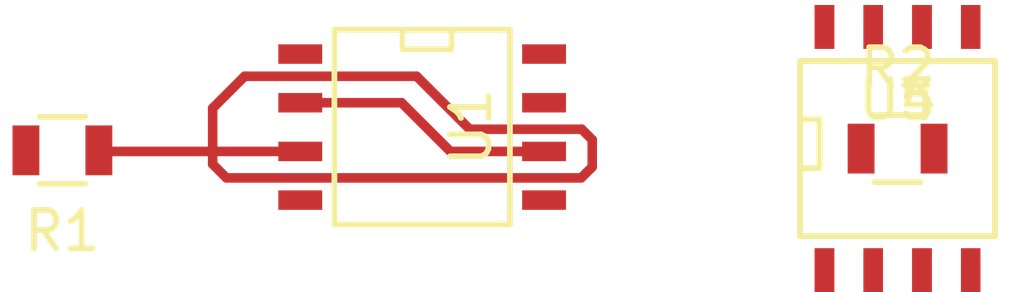
<source format=kicad_pcb>
(kicad_pcb (version 4) (host pcbnew 4.0.4+e1-6308~48~ubuntu14.04.1-stable)

  (general
    (links 6)
    (no_connects 4)
    (area -3.390476 -3.9465 152.283042 111.36122)
    (thickness 1.6)
    (drawings 0)
    (tracks 17)
    (zones 0)
    (modules 6)
    (nets 31)
  )

  (page A4)
  (layers
    (0 F.Cu signal)
    (31 B.Cu signal)
    (32 B.Adhes user)
    (33 F.Adhes user)
    (34 B.Paste user)
    (35 F.Paste user)
    (36 B.SilkS user)
    (37 F.SilkS user)
    (38 B.Mask user)
    (39 F.Mask user)
    (40 Dwgs.User user)
    (41 Cmts.User user)
    (42 Eco1.User user)
    (43 Eco2.User user)
    (44 Edge.Cuts user)
    (45 Margin user)
    (46 B.CrtYd user)
    (47 F.CrtYd user)
    (48 B.Fab user)
    (49 F.Fab user)
  )

  (setup
    (last_trace_width 0.25)
    (trace_clearance 0.2)
    (zone_clearance 0.508)
    (zone_45_only no)
    (trace_min 0.2)
    (segment_width 0.2)
    (edge_width 0.1)
    (via_size 0.6)
    (via_drill 0.4)
    (via_min_size 0.4)
    (via_min_drill 0.3)
    (uvia_size 0.3)
    (uvia_drill 0.1)
    (uvias_allowed no)
    (uvia_min_size 0.2)
    (uvia_min_drill 0.1)
    (pcb_text_width 0.3)
    (pcb_text_size 1.5 1.5)
    (mod_edge_width 0.15)
    (mod_text_size 1 1)
    (mod_text_width 0.15)
    (pad_size 1.5 1.5)
    (pad_drill 0.6)
    (pad_to_mask_clearance 0)
    (aux_axis_origin 0 0)
    (visible_elements FFFFFF7F)
    (pcbplotparams
      (layerselection 0x00030_80000001)
      (usegerberextensions false)
      (excludeedgelayer true)
      (linewidth 0.100000)
      (plotframeref false)
      (viasonmask false)
      (mode 1)
      (useauxorigin false)
      (hpglpennumber 1)
      (hpglpenspeed 20)
      (hpglpendiameter 15)
      (hpglpenoverlay 2)
      (psnegative false)
      (psa4output false)
      (plotreference true)
      (plotvalue true)
      (plotinvisibletext false)
      (padsonsilk false)
      (subtractmaskfromsilk false)
      (outputformat 1)
      (mirror false)
      (drillshape 1)
      (scaleselection 1)
      (outputdirectory ""))
  )

  (net 0 "")
  (net 1 "Net-(U1-Pad8)")
  (net 2 "Net-(U1-Pad7)")
  (net 3 "Net-(U1-Pad5)")
  (net 4 "Net-(U1-Pad4)")
  (net 5 "Net-(R1-Pad1)")
  (net 6 "Net-(U1-Pad1)")
  (net 7 "Net-(P1-Pad1)")
  (net 8 "Net-(R2-Pad1)")
  (net 9 "Net-(R2-Pad2)")
  (net 10 "Net-(U3-Pad8)")
  (net 11 "Net-(U3-Pad7)")
  (net 12 "Net-(U3-Pad2)")
  (net 13 "Net-(U3-Pad5)")
  (net 14 "Net-(U3-Pad4)")
  (net 15 "Net-(U3-Pad1)")
  (net 16 "Net-(U4-Pad8)")
  (net 17 "Net-(U4-Pad7)")
  (net 18 "Net-(U4-Pad6)")
  (net 19 "Net-(U4-Pad5)")
  (net 20 "Net-(U4-Pad4)")
  (net 21 "Net-(U4-Pad3)")
  (net 22 "Net-(U4-Pad2)")
  (net 23 "Net-(U4-Pad1)")
  (net 24 "Net-(U5-Pad8)")
  (net 25 "Net-(U5-Pad7)")
  (net 26 "Net-(U5-Pad2)")
  (net 27 "Net-(U5-Pad5)")
  (net 28 "Net-(U5-Pad4)")
  (net 29 "Net-(U2-Pad1)")
  (net 30 "Net-(U5-Pad1)")

  (net_class Default "This is the default net class."
    (clearance 0.2)
    (trace_width 0.25)
    (via_dia 0.6)
    (via_drill 0.4)
    (uvia_dia 0.3)
    (uvia_drill 0.1)
    (add_net "Net-(P1-Pad1)")
    (add_net "Net-(R1-Pad1)")
    (add_net "Net-(R2-Pad1)")
    (add_net "Net-(R2-Pad2)")
    (add_net "Net-(U1-Pad1)")
    (add_net "Net-(U1-Pad4)")
    (add_net "Net-(U1-Pad5)")
    (add_net "Net-(U1-Pad7)")
    (add_net "Net-(U1-Pad8)")
    (add_net "Net-(U2-Pad1)")
    (add_net "Net-(U3-Pad1)")
    (add_net "Net-(U3-Pad2)")
    (add_net "Net-(U3-Pad4)")
    (add_net "Net-(U3-Pad5)")
    (add_net "Net-(U3-Pad7)")
    (add_net "Net-(U3-Pad8)")
    (add_net "Net-(U4-Pad1)")
    (add_net "Net-(U4-Pad2)")
    (add_net "Net-(U4-Pad3)")
    (add_net "Net-(U4-Pad4)")
    (add_net "Net-(U4-Pad5)")
    (add_net "Net-(U4-Pad6)")
    (add_net "Net-(U4-Pad7)")
    (add_net "Net-(U4-Pad8)")
    (add_net "Net-(U5-Pad1)")
    (add_net "Net-(U5-Pad2)")
    (add_net "Net-(U5-Pad4)")
    (add_net "Net-(U5-Pad5)")
    (add_net "Net-(U5-Pad7)")
    (add_net "Net-(U5-Pad8)")
  )

  (module SMD_Packages:SOIC-8-N (layer F.Cu) (tedit 0) (tstamp 57FD2F7E)
    (at 147.52828 107.57916 270)
    (descr "Module Narrow CMS SOJ 8 pins large")
    (tags "CMS SOJ")
    (path /580288BF/58027326)
    (attr smd)
    (fp_text reference U1 (at 0 -1.27 270) (layer F.SilkS)
      (effects (font (size 1 1) (thickness 0.15)))
    )
    (fp_text value LTC2057 (at 0 1.27 270) (layer F.Fab)
      (effects (font (size 1 1) (thickness 0.15)))
    )
    (fp_line (start -2.54 -2.286) (end 2.54 -2.286) (layer F.SilkS) (width 0.15))
    (fp_line (start 2.54 -2.286) (end 2.54 2.286) (layer F.SilkS) (width 0.15))
    (fp_line (start 2.54 2.286) (end -2.54 2.286) (layer F.SilkS) (width 0.15))
    (fp_line (start -2.54 2.286) (end -2.54 -2.286) (layer F.SilkS) (width 0.15))
    (fp_line (start -2.54 -0.762) (end -2.032 -0.762) (layer F.SilkS) (width 0.15))
    (fp_line (start -2.032 -0.762) (end -2.032 0.508) (layer F.SilkS) (width 0.15))
    (fp_line (start -2.032 0.508) (end -2.54 0.508) (layer F.SilkS) (width 0.15))
    (pad 8 smd rect (at -1.905 -3.175 270) (size 0.508 1.143) (layers F.Cu F.Paste F.Mask)
      (net 1 "Net-(U1-Pad8)"))
    (pad 7 smd rect (at -0.635 -3.175 270) (size 0.508 1.143) (layers F.Cu F.Paste F.Mask)
      (net 2 "Net-(U1-Pad7)"))
    (pad 6 smd rect (at 0.635 -3.175 270) (size 0.508 1.143) (layers F.Cu F.Paste F.Mask)
      (net 9 "Net-(R2-Pad2)"))
    (pad 5 smd rect (at 1.905 -3.175 270) (size 0.508 1.143) (layers F.Cu F.Paste F.Mask)
      (net 3 "Net-(U1-Pad5)"))
    (pad 4 smd rect (at 1.905 3.175 270) (size 0.508 1.143) (layers F.Cu F.Paste F.Mask)
      (net 4 "Net-(U1-Pad4)"))
    (pad 3 smd rect (at 0.635 3.175 270) (size 0.508 1.143) (layers F.Cu F.Paste F.Mask)
      (net 5 "Net-(R1-Pad1)"))
    (pad 2 smd rect (at -0.635 3.175 270) (size 0.508 1.143) (layers F.Cu F.Paste F.Mask)
      (net 9 "Net-(R2-Pad2)"))
    (pad 1 smd rect (at -1.905 3.175 270) (size 0.508 1.143) (layers F.Cu F.Paste F.Mask)
      (net 6 "Net-(U1-Pad1)"))
    (model SMD_Packages.3dshapes/SOIC-8-N.wrl
      (at (xyz 0 0 0))
      (scale (xyz 0.5 0.38 0.5))
      (rotate (xyz 0 0 0))
    )
  )

  (module Resistors_SMD:R_0805 (layer F.Cu) (tedit 5415CDEB) (tstamp 57FD3007)
    (at 138.15818 108.18622 180)
    (descr "Resistor SMD 0805, reflow soldering, Vishay (see dcrcw.pdf)")
    (tags "resistor 0805")
    (path /580288BF/58027339)
    (attr smd)
    (fp_text reference R1 (at 0 -2.1 180) (layer F.SilkS)
      (effects (font (size 1 1) (thickness 0.15)))
    )
    (fp_text value 1K (at 0 2.1 180) (layer F.Fab)
      (effects (font (size 1 1) (thickness 0.15)))
    )
    (fp_line (start -1.6 -1) (end 1.6 -1) (layer F.CrtYd) (width 0.05))
    (fp_line (start -1.6 1) (end 1.6 1) (layer F.CrtYd) (width 0.05))
    (fp_line (start -1.6 -1) (end -1.6 1) (layer F.CrtYd) (width 0.05))
    (fp_line (start 1.6 -1) (end 1.6 1) (layer F.CrtYd) (width 0.05))
    (fp_line (start 0.6 0.875) (end -0.6 0.875) (layer F.SilkS) (width 0.15))
    (fp_line (start -0.6 -0.875) (end 0.6 -0.875) (layer F.SilkS) (width 0.15))
    (pad 1 smd rect (at -0.95 0 180) (size 0.7 1.3) (layers F.Cu F.Paste F.Mask)
      (net 5 "Net-(R1-Pad1)"))
    (pad 2 smd rect (at 0.95 0 180) (size 0.7 1.3) (layers F.Cu F.Paste F.Mask)
      (net 7 "Net-(P1-Pad1)"))
    (model Resistors_SMD.3dshapes/R_0805.wrl
      (at (xyz 0 0 0))
      (scale (xyz 1 1 1))
      (rotate (xyz 0 0 0))
    )
  )

  (module Resistors_SMD:R_0805 (layer F.Cu) (tedit 5415CDEB) (tstamp 58026D63)
    (at 159.91078 108.1405)
    (descr "Resistor SMD 0805, reflow soldering, Vishay (see dcrcw.pdf)")
    (tags "resistor 0805")
    (path /580288BF/58027379)
    (attr smd)
    (fp_text reference R2 (at 0 -2.1) (layer F.SilkS)
      (effects (font (size 1 1) (thickness 0.15)))
    )
    (fp_text value 1K (at 0 2.1) (layer F.Fab)
      (effects (font (size 1 1) (thickness 0.15)))
    )
    (fp_line (start -1.6 -1) (end 1.6 -1) (layer F.CrtYd) (width 0.05))
    (fp_line (start -1.6 1) (end 1.6 1) (layer F.CrtYd) (width 0.05))
    (fp_line (start -1.6 -1) (end -1.6 1) (layer F.CrtYd) (width 0.05))
    (fp_line (start 1.6 -1) (end 1.6 1) (layer F.CrtYd) (width 0.05))
    (fp_line (start 0.6 0.875) (end -0.6 0.875) (layer F.SilkS) (width 0.15))
    (fp_line (start -0.6 -0.875) (end 0.6 -0.875) (layer F.SilkS) (width 0.15))
    (pad 1 smd rect (at -0.95 0) (size 0.7 1.3) (layers F.Cu F.Paste F.Mask)
      (net 8 "Net-(R2-Pad1)"))
    (pad 2 smd rect (at 0.95 0) (size 0.7 1.3) (layers F.Cu F.Paste F.Mask)
      (net 9 "Net-(R2-Pad2)"))
    (model Resistors_SMD.3dshapes/R_0805.wrl
      (at (xyz 0 0 0))
      (scale (xyz 1 1 1))
      (rotate (xyz 0 0 0))
    )
  )

  (module SMD_Packages:SOIC-8-N (layer F.Cu) (tedit 0) (tstamp 58026D76)
    (at 159.91078 108.1405)
    (descr "Module Narrow CMS SOJ 8 pins large")
    (tags "CMS SOJ")
    (path /580288BF/58027372)
    (attr smd)
    (fp_text reference U3 (at 0 -1.27) (layer F.SilkS)
      (effects (font (size 1 1) (thickness 0.15)))
    )
    (fp_text value LTC2057 (at 0 1.27) (layer F.Fab)
      (effects (font (size 1 1) (thickness 0.15)))
    )
    (fp_line (start -2.54 -2.286) (end 2.54 -2.286) (layer F.SilkS) (width 0.15))
    (fp_line (start 2.54 -2.286) (end 2.54 2.286) (layer F.SilkS) (width 0.15))
    (fp_line (start 2.54 2.286) (end -2.54 2.286) (layer F.SilkS) (width 0.15))
    (fp_line (start -2.54 2.286) (end -2.54 -2.286) (layer F.SilkS) (width 0.15))
    (fp_line (start -2.54 -0.762) (end -2.032 -0.762) (layer F.SilkS) (width 0.15))
    (fp_line (start -2.032 -0.762) (end -2.032 0.508) (layer F.SilkS) (width 0.15))
    (fp_line (start -2.032 0.508) (end -2.54 0.508) (layer F.SilkS) (width 0.15))
    (pad 8 smd rect (at -1.905 -3.175) (size 0.508 1.143) (layers F.Cu F.Paste F.Mask)
      (net 10 "Net-(U3-Pad8)"))
    (pad 7 smd rect (at -0.635 -3.175) (size 0.508 1.143) (layers F.Cu F.Paste F.Mask)
      (net 11 "Net-(U3-Pad7)"))
    (pad 6 smd rect (at 0.635 -3.175) (size 0.508 1.143) (layers F.Cu F.Paste F.Mask)
      (net 12 "Net-(U3-Pad2)"))
    (pad 5 smd rect (at 1.905 -3.175) (size 0.508 1.143) (layers F.Cu F.Paste F.Mask)
      (net 13 "Net-(U3-Pad5)"))
    (pad 4 smd rect (at 1.905 3.175) (size 0.508 1.143) (layers F.Cu F.Paste F.Mask)
      (net 14 "Net-(U3-Pad4)"))
    (pad 3 smd rect (at 0.635 3.175) (size 0.508 1.143) (layers F.Cu F.Paste F.Mask)
      (net 8 "Net-(R2-Pad1)"))
    (pad 2 smd rect (at -0.635 3.175) (size 0.508 1.143) (layers F.Cu F.Paste F.Mask)
      (net 12 "Net-(U3-Pad2)"))
    (pad 1 smd rect (at -1.905 3.175) (size 0.508 1.143) (layers F.Cu F.Paste F.Mask)
      (net 15 "Net-(U3-Pad1)"))
    (model SMD_Packages.3dshapes/SOIC-8-N.wrl
      (at (xyz 0 0 0))
      (scale (xyz 0.5 0.38 0.5))
      (rotate (xyz 0 0 0))
    )
  )

  (module SMD_Packages:SOIC-8-N (layer F.Cu) (tedit 0) (tstamp 58026D89)
    (at 159.91078 108.1405)
    (descr "Module Narrow CMS SOJ 8 pins large")
    (tags "CMS SOJ")
    (path /580288BF/5802786B)
    (attr smd)
    (fp_text reference U4 (at 0 -1.27) (layer F.SilkS)
      (effects (font (size 1 1) (thickness 0.15)))
    )
    (fp_text value LTC2057 (at 0 1.27) (layer F.Fab)
      (effects (font (size 1 1) (thickness 0.15)))
    )
    (fp_line (start -2.54 -2.286) (end 2.54 -2.286) (layer F.SilkS) (width 0.15))
    (fp_line (start 2.54 -2.286) (end 2.54 2.286) (layer F.SilkS) (width 0.15))
    (fp_line (start 2.54 2.286) (end -2.54 2.286) (layer F.SilkS) (width 0.15))
    (fp_line (start -2.54 2.286) (end -2.54 -2.286) (layer F.SilkS) (width 0.15))
    (fp_line (start -2.54 -0.762) (end -2.032 -0.762) (layer F.SilkS) (width 0.15))
    (fp_line (start -2.032 -0.762) (end -2.032 0.508) (layer F.SilkS) (width 0.15))
    (fp_line (start -2.032 0.508) (end -2.54 0.508) (layer F.SilkS) (width 0.15))
    (pad 8 smd rect (at -1.905 -3.175) (size 0.508 1.143) (layers F.Cu F.Paste F.Mask)
      (net 16 "Net-(U4-Pad8)"))
    (pad 7 smd rect (at -0.635 -3.175) (size 0.508 1.143) (layers F.Cu F.Paste F.Mask)
      (net 17 "Net-(U4-Pad7)"))
    (pad 6 smd rect (at 0.635 -3.175) (size 0.508 1.143) (layers F.Cu F.Paste F.Mask)
      (net 18 "Net-(U4-Pad6)"))
    (pad 5 smd rect (at 1.905 -3.175) (size 0.508 1.143) (layers F.Cu F.Paste F.Mask)
      (net 19 "Net-(U4-Pad5)"))
    (pad 4 smd rect (at 1.905 3.175) (size 0.508 1.143) (layers F.Cu F.Paste F.Mask)
      (net 20 "Net-(U4-Pad4)"))
    (pad 3 smd rect (at 0.635 3.175) (size 0.508 1.143) (layers F.Cu F.Paste F.Mask)
      (net 21 "Net-(U4-Pad3)"))
    (pad 2 smd rect (at -0.635 3.175) (size 0.508 1.143) (layers F.Cu F.Paste F.Mask)
      (net 22 "Net-(U4-Pad2)"))
    (pad 1 smd rect (at -1.905 3.175) (size 0.508 1.143) (layers F.Cu F.Paste F.Mask)
      (net 23 "Net-(U4-Pad1)"))
    (model SMD_Packages.3dshapes/SOIC-8-N.wrl
      (at (xyz 0 0 0))
      (scale (xyz 0.5 0.38 0.5))
      (rotate (xyz 0 0 0))
    )
  )

  (module SMD_Packages:SOIC-8-N (layer F.Cu) (tedit 0) (tstamp 58026D9C)
    (at 159.91078 108.1405)
    (descr "Module Narrow CMS SOJ 8 pins large")
    (tags "CMS SOJ")
    (path /580288BF/58027389)
    (attr smd)
    (fp_text reference U5 (at 0 -1.27) (layer F.SilkS)
      (effects (font (size 1 1) (thickness 0.15)))
    )
    (fp_text value LTC2057 (at 0 1.27) (layer F.Fab)
      (effects (font (size 1 1) (thickness 0.15)))
    )
    (fp_line (start -2.54 -2.286) (end 2.54 -2.286) (layer F.SilkS) (width 0.15))
    (fp_line (start 2.54 -2.286) (end 2.54 2.286) (layer F.SilkS) (width 0.15))
    (fp_line (start 2.54 2.286) (end -2.54 2.286) (layer F.SilkS) (width 0.15))
    (fp_line (start -2.54 2.286) (end -2.54 -2.286) (layer F.SilkS) (width 0.15))
    (fp_line (start -2.54 -0.762) (end -2.032 -0.762) (layer F.SilkS) (width 0.15))
    (fp_line (start -2.032 -0.762) (end -2.032 0.508) (layer F.SilkS) (width 0.15))
    (fp_line (start -2.032 0.508) (end -2.54 0.508) (layer F.SilkS) (width 0.15))
    (pad 8 smd rect (at -1.905 -3.175) (size 0.508 1.143) (layers F.Cu F.Paste F.Mask)
      (net 24 "Net-(U5-Pad8)"))
    (pad 7 smd rect (at -0.635 -3.175) (size 0.508 1.143) (layers F.Cu F.Paste F.Mask)
      (net 25 "Net-(U5-Pad7)"))
    (pad 6 smd rect (at 0.635 -3.175) (size 0.508 1.143) (layers F.Cu F.Paste F.Mask)
      (net 26 "Net-(U5-Pad2)"))
    (pad 5 smd rect (at 1.905 -3.175) (size 0.508 1.143) (layers F.Cu F.Paste F.Mask)
      (net 27 "Net-(U5-Pad5)"))
    (pad 4 smd rect (at 1.905 3.175) (size 0.508 1.143) (layers F.Cu F.Paste F.Mask)
      (net 28 "Net-(U5-Pad4)"))
    (pad 3 smd rect (at 0.635 3.175) (size 0.508 1.143) (layers F.Cu F.Paste F.Mask)
      (net 29 "Net-(U2-Pad1)"))
    (pad 2 smd rect (at -0.635 3.175) (size 0.508 1.143) (layers F.Cu F.Paste F.Mask)
      (net 26 "Net-(U5-Pad2)"))
    (pad 1 smd rect (at -1.905 3.175) (size 0.508 1.143) (layers F.Cu F.Paste F.Mask)
      (net 30 "Net-(U5-Pad1)"))
    (model SMD_Packages.3dshapes/SOIC-8-N.wrl
      (at (xyz 0 0 0))
      (scale (xyz 0.5 0.38 0.5))
      (rotate (xyz 0 0 0))
    )
  )

  (segment (start 142.07236 108.5469) (end 142.430619 108.905159) (width 0.25) (layer F.Cu) (net 5))
  (segment (start 142.07236 108.21416) (end 142.07236 108.5469) (width 0.25) (layer F.Cu) (net 5))
  (segment (start 151.95804 108.61802) (end 151.670901 108.905159) (width 0.25) (layer F.Cu) (net 5))
  (segment (start 151.670901 108.905159) (end 142.430619 108.905159) (width 0.25) (layer F.Cu) (net 5))
  (segment (start 151.95804 107.90936) (end 151.95804 108.61802) (width 0.25) (layer F.Cu) (net 5))
  (segment (start 151.683839 107.635159) (end 151.95804 107.90936) (width 0.25) (layer F.Cu) (net 5))
  (segment (start 147.383381 106.253161) (end 148.765379 107.635159) (width 0.25) (layer F.Cu) (net 5))
  (segment (start 148.765379 107.635159) (end 151.683839 107.635159) (width 0.25) (layer F.Cu) (net 5))
  (segment (start 142.07236 107.0864) (end 142.905599 106.253161) (width 0.25) (layer F.Cu) (net 5))
  (segment (start 142.905599 106.253161) (end 147.383381 106.253161) (width 0.25) (layer F.Cu) (net 5))
  (segment (start 142.07236 108.21416) (end 139.13612 108.21416) (width 0.25) (layer F.Cu) (net 5))
  (segment (start 144.35328 108.21416) (end 142.07236 108.21416) (width 0.25) (layer F.Cu) (net 5))
  (segment (start 142.07236 108.21416) (end 142.07236 107.0864) (width 0.25) (layer F.Cu) (net 5))
  (segment (start 139.13612 108.21416) (end 139.10818 108.18622) (width 0.25) (layer F.Cu) (net 5))
  (segment (start 146.99234 106.94416) (end 148.26234 108.21416) (width 0.25) (layer F.Cu) (net 9))
  (segment (start 148.26234 108.21416) (end 150.70328 108.21416) (width 0.25) (layer F.Cu) (net 9))
  (segment (start 144.35328 106.94416) (end 146.99234 106.94416) (width 0.25) (layer F.Cu) (net 9))

)

</source>
